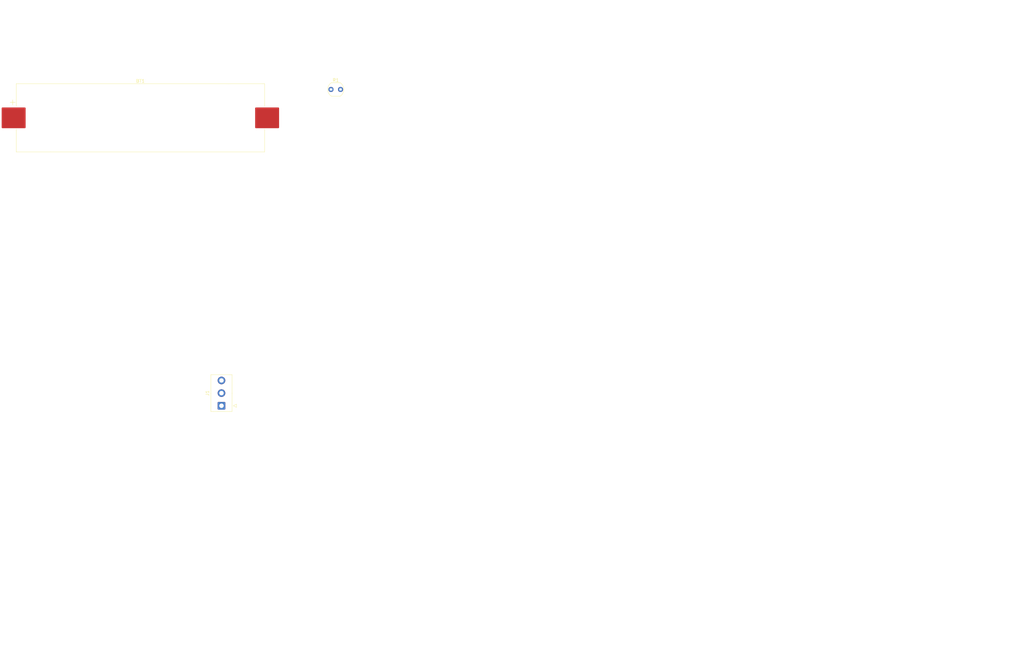
<source format=kicad_pcb>
(kicad_pcb (version 20241229) (generator "pcbnew") (generator_version "9.0")
  (layers (0 "F.Cu" signal) (2 "B.Cu" signal) (13 "F.Paste" user) (15 "B.Paste" user) (5 "F.SilkS" user "F.Silkscreen") (7 "B.SilkS" user "B.Silkscreen") (1 "F.Mask" user) (3 "B.Mask" user) (25 "Edge.Cuts" user))
  (net 0 "")
  (net 1 "Net-(BT1-+)")
  (net 2 "Net-(BT1--)")
  (net 3 "A0")
  (net 4 "+3.3V")
  (footprint "Battery:BatteryHolder_Keystone_1042_1x18650" (layer "F.Cu") (at 20.32 36.83)
    (property "Reference" "BT1" (at 0 -11.53 0) (layer "F.SilkS"))
    (property "Value" "4.2V")
    (fp_line (start -38.89 -10.685) (end 38.89 -10.685) (stroke (width 0.12)) (layer "F.SilkS"))
    (fp_line (start -38.89 -3.51) (end -38.89 -10.685) (stroke (width 0.12)) (layer "F.SilkS"))
    (fp_line (start -38.89 10.685) (end -38.89 3.51) (stroke (width 0.12)) (layer "F.SilkS"))
    (fp_line (start 38.89 -10.685) (end 38.89 -3.51) (stroke (width 0.12)) (layer "F.SilkS"))
    (fp_line (start 38.89 3.51) (end 38.89 10.685) (stroke (width 0.12)) (layer "F.SilkS"))
    (fp_line (start 38.89 10.685) (end -38.89 10.685) (stroke (width 0.12)) (layer "F.SilkS"))
    (fp_text user "+" (at -40 -5 0) (layer "F.SilkS") (effects (font (size 2 2))))
    (pad "" np_thru_hole circle (at -36.13 -8) (size 2.39 2.39) (drill 2.39) (layers "*.Cu" "*.Mask"))
    (pad "" np_thru_hole circle (at -27.62 8) (size 3.45 3.45) (drill 3.45) (layers "*.Cu" "*.Mask"))
    (pad "" np_thru_hole circle (at 27.62 -8) (size 3.45 3.45) (drill 3.45) (layers "*.Cu" "*.Mask"))
    (pad "1" smd roundrect (at -39.69 0) (size 7.5 6.5) (layers "F.Cu" "F.Mask" "F.Paste") (roundrect_rratio 0.038462) (net 1 "Net-(BT1-+)"))
    (pad "2" smd roundrect (at 39.69 0) (size 7.5 6.5) (layers "F.Cu" "F.Mask" "F.Paste") (roundrect_rratio 0.038462) (net 2 "Net-(BT1--)"))
  )
  (footprint "OptoDevice:R_LDR_5.0x4.1mm_P3mm_Vertical" (layer "F.Cu") (at 80.01 27.94)
    (property "Reference" "R1" (at 1.5 -2.9 0) (layer "F.SilkS"))
    (property "Value" "A9013")
    (fp_line (start 0.1 -2.1) (end 2.9 -2.1) (stroke (width 0.12)) (layer "F.SilkS"))
    (fp_line (start 0.1 2.1) (end 2.9 2.1) (stroke (width 0.12)) (layer "F.SilkS"))
    (fp_arc (start 0.1 2.1) (mid -1.023872 -0.008372) (end 0.113963 -2.109242) (stroke (width 0.12)) (layer "F.SilkS"))
    (fp_arc (start 2.9 -2.1) (mid 4.023872 0.008372) (end 2.886037 2.109242) (stroke (width 0.12)) (layer "F.SilkS"))
    (pad "1" thru_hole circle (at 0 0) (size 1.6 1.6) (drill 0.8) (layers "*.Cu" "*.Mask") (net 4 "+3.3V"))
    (pad "2" thru_hole circle (at 3 0) (size 1.6 1.6) (drill 0.8) (layers "*.Cu" "*.Mask") (net 3 "A0"))
  )
  (footprint "Connector_TE-Connectivity:TE_826576-3_1x03_P3.96mm_Vertical" (layer "F.Cu") (at 45.72 127 90)
    (property "Reference" "J1" (at 3.96 -4.4 90) (layer "F.SilkS"))
    (property "Value" "Conn_01x03_Pin")
    (fp_line (start 9.72 -3.31) (end 9.72 3.31) (stroke (width 0.12)) (layer "F.SilkS"))
    (fp_line (start 3.96 -3.31) (end 9.72 -3.31) (stroke (width 0.12)) (layer "F.SilkS"))
    (fp_line (start 3.96 -3.31) (end -1.8 -3.31) (stroke (width 0.12)) (layer "F.SilkS"))
    (fp_line (start -1.8 -3.31) (end -1.8 3.31) (stroke (width 0.12)) (layer "F.SilkS"))
    (fp_line (start 9.72 3.31) (end 3.96 3.31) (stroke (width 0.12)) (layer "F.SilkS"))
    (fp_line (start -1.8 3.31) (end 3.96 3.31) (stroke (width 0.12)) (layer "F.SilkS"))
    (fp_line (start 0 3.7) (end 0.5 4.7) (stroke (width 0.12)) (layer "F.SilkS"))
    (fp_line (start 0.5 4.7) (end -0.5 4.7) (stroke (width 0.12)) (layer "F.SilkS"))
    (fp_line (start -0.5 4.7) (end 0 3.7) (stroke (width 0.12)) (layer "F.SilkS"))
    (pad "1" thru_hole roundrect (at 0 0 90) (size 2.4 2.4) (drill 1.4) (layers "*.Cu" "*.Mask") (roundrect_rratio 0.104167))
    (pad "2" thru_hole circle (at 3.96 0 90) (size 2.4 2.4) (drill 1.4) (layers "*.Cu" "*.Mask"))
    (pad "3" thru_hole circle (at 7.92 0 90) (size 2.4 2.4) (drill 1.4) (layers "*.Cu" "*.Mask"))
  )
)
</source>
